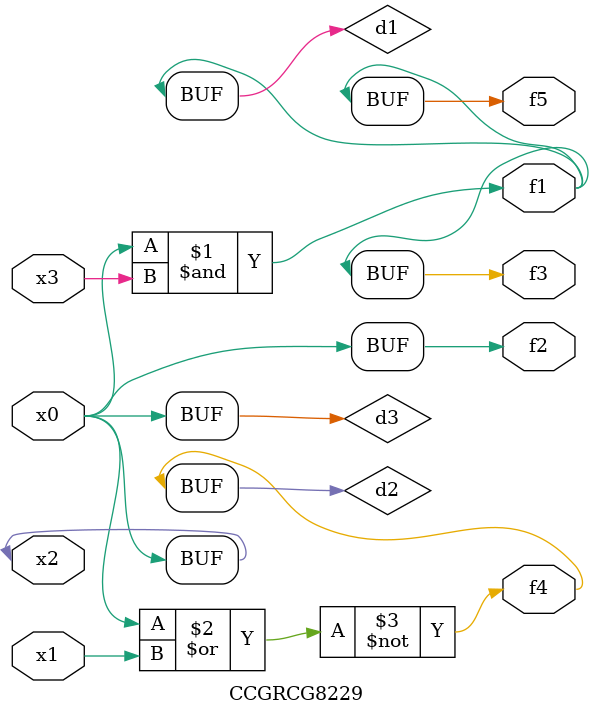
<source format=v>
module CCGRCG8229(
	input x0, x1, x2, x3,
	output f1, f2, f3, f4, f5
);

	wire d1, d2, d3;

	and (d1, x2, x3);
	nor (d2, x0, x1);
	buf (d3, x0, x2);
	assign f1 = d1;
	assign f2 = d3;
	assign f3 = d1;
	assign f4 = d2;
	assign f5 = d1;
endmodule

</source>
